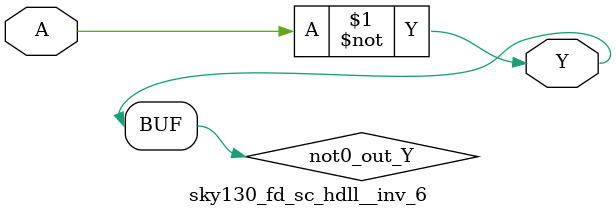
<source format=v>
/*
 * Copyright 2020 The SkyWater PDK Authors
 *
 * Licensed under the Apache License, Version 2.0 (the "License");
 * you may not use this file except in compliance with the License.
 * You may obtain a copy of the License at
 *
 *     https://www.apache.org/licenses/LICENSE-2.0
 *
 * Unless required by applicable law or agreed to in writing, software
 * distributed under the License is distributed on an "AS IS" BASIS,
 * WITHOUT WARRANTIES OR CONDITIONS OF ANY KIND, either express or implied.
 * See the License for the specific language governing permissions and
 * limitations under the License.
 *
 * SPDX-License-Identifier: Apache-2.0
*/


`ifndef SKY130_FD_SC_HDLL__INV_6_FUNCTIONAL_V
`define SKY130_FD_SC_HDLL__INV_6_FUNCTIONAL_V

/**
 * inv: Inverter.
 *
 * Verilog simulation functional model.
 */

`timescale 1ns / 1ps
`default_nettype none

`celldefine
module sky130_fd_sc_hdll__inv_6 (
    Y,
    A
);

    // Module ports
    output Y;
    input  A;

    // Local signals
    wire not0_out_Y;

    //  Name  Output      Other arguments
    not not0 (not0_out_Y, A              );
    buf buf0 (Y         , not0_out_Y     );

endmodule
`endcelldefine

`default_nettype wire
`endif  // SKY130_FD_SC_HDLL__INV_6_FUNCTIONAL_V

</source>
